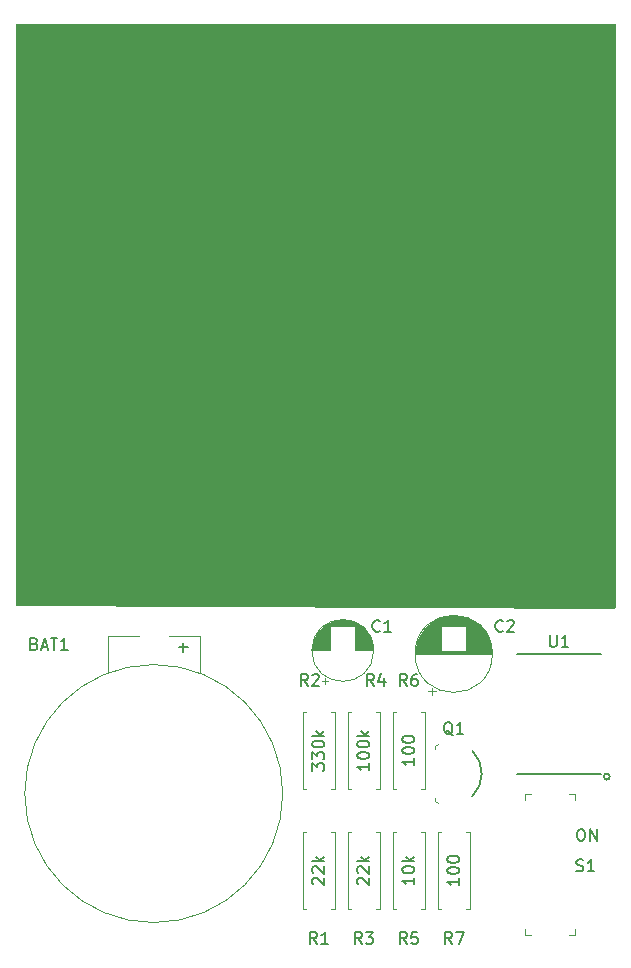
<source format=gbr>
%TF.GenerationSoftware,KiCad,Pcbnew,7.0.9*%
%TF.CreationDate,2023-12-18T18:13:51+05:30*%
%TF.ProjectId,555Badge,35353542-6164-4676-952e-6b696361645f,v01*%
%TF.SameCoordinates,Original*%
%TF.FileFunction,Legend,Top*%
%TF.FilePolarity,Positive*%
%FSLAX46Y46*%
G04 Gerber Fmt 4.6, Leading zero omitted, Abs format (unit mm)*
G04 Created by KiCad (PCBNEW 7.0.9) date 2023-12-18 18:13:51*
%MOMM*%
%LPD*%
G01*
G04 APERTURE LIST*
%ADD10C,0.150000*%
%ADD11C,0.120000*%
%ADD12C,0.100000*%
%ADD13C,0.203200*%
G04 APERTURE END LIST*
D10*
X142322779Y-101080813D02*
X143084684Y-101080813D01*
X142703731Y-101467860D02*
X142703731Y-100693765D01*
X176295255Y-116453860D02*
X176485731Y-116453860D01*
X176485731Y-116453860D02*
X176580969Y-116502241D01*
X176580969Y-116502241D02*
X176676207Y-116599003D01*
X176676207Y-116599003D02*
X176723826Y-116792527D01*
X176723826Y-116792527D02*
X176723826Y-117131194D01*
X176723826Y-117131194D02*
X176676207Y-117324718D01*
X176676207Y-117324718D02*
X176580969Y-117421480D01*
X176580969Y-117421480D02*
X176485731Y-117469860D01*
X176485731Y-117469860D02*
X176295255Y-117469860D01*
X176295255Y-117469860D02*
X176200017Y-117421480D01*
X176200017Y-117421480D02*
X176104779Y-117324718D01*
X176104779Y-117324718D02*
X176057160Y-117131194D01*
X176057160Y-117131194D02*
X176057160Y-116792527D01*
X176057160Y-116792527D02*
X176104779Y-116599003D01*
X176104779Y-116599003D02*
X176200017Y-116502241D01*
X176200017Y-116502241D02*
X176295255Y-116453860D01*
X177152398Y-117469860D02*
X177152398Y-116453860D01*
X177152398Y-116453860D02*
X177723826Y-117469860D01*
X177723826Y-117469860D02*
X177723826Y-116453860D01*
X159345333Y-99679459D02*
X159297714Y-99727840D01*
X159297714Y-99727840D02*
X159154857Y-99776220D01*
X159154857Y-99776220D02*
X159059619Y-99776220D01*
X159059619Y-99776220D02*
X158916762Y-99727840D01*
X158916762Y-99727840D02*
X158821524Y-99631078D01*
X158821524Y-99631078D02*
X158773905Y-99534316D01*
X158773905Y-99534316D02*
X158726286Y-99340792D01*
X158726286Y-99340792D02*
X158726286Y-99195649D01*
X158726286Y-99195649D02*
X158773905Y-99002125D01*
X158773905Y-99002125D02*
X158821524Y-98905363D01*
X158821524Y-98905363D02*
X158916762Y-98808601D01*
X158916762Y-98808601D02*
X159059619Y-98760220D01*
X159059619Y-98760220D02*
X159154857Y-98760220D01*
X159154857Y-98760220D02*
X159297714Y-98808601D01*
X159297714Y-98808601D02*
X159345333Y-98856982D01*
X160297714Y-99776220D02*
X159726286Y-99776220D01*
X160012000Y-99776220D02*
X160012000Y-98760220D01*
X160012000Y-98760220D02*
X159916762Y-98905363D01*
X159916762Y-98905363D02*
X159821524Y-99002125D01*
X159821524Y-99002125D02*
X159726286Y-99050506D01*
X165512761Y-108508982D02*
X165417523Y-108460601D01*
X165417523Y-108460601D02*
X165322285Y-108363840D01*
X165322285Y-108363840D02*
X165179428Y-108218697D01*
X165179428Y-108218697D02*
X165084190Y-108170316D01*
X165084190Y-108170316D02*
X164988952Y-108170316D01*
X165036571Y-108412220D02*
X164941333Y-108363840D01*
X164941333Y-108363840D02*
X164846095Y-108267078D01*
X164846095Y-108267078D02*
X164798476Y-108073554D01*
X164798476Y-108073554D02*
X164798476Y-107734887D01*
X164798476Y-107734887D02*
X164846095Y-107541363D01*
X164846095Y-107541363D02*
X164941333Y-107444601D01*
X164941333Y-107444601D02*
X165036571Y-107396220D01*
X165036571Y-107396220D02*
X165227047Y-107396220D01*
X165227047Y-107396220D02*
X165322285Y-107444601D01*
X165322285Y-107444601D02*
X165417523Y-107541363D01*
X165417523Y-107541363D02*
X165465142Y-107734887D01*
X165465142Y-107734887D02*
X165465142Y-108073554D01*
X165465142Y-108073554D02*
X165417523Y-108267078D01*
X165417523Y-108267078D02*
X165322285Y-108363840D01*
X165322285Y-108363840D02*
X165227047Y-108412220D01*
X165227047Y-108412220D02*
X165036571Y-108412220D01*
X166417523Y-108412220D02*
X165846095Y-108412220D01*
X166131809Y-108412220D02*
X166131809Y-107396220D01*
X166131809Y-107396220D02*
X166036571Y-107541363D01*
X166036571Y-107541363D02*
X165941333Y-107638125D01*
X165941333Y-107638125D02*
X165846095Y-107686506D01*
X161631333Y-104348220D02*
X161298000Y-103864411D01*
X161059905Y-104348220D02*
X161059905Y-103332220D01*
X161059905Y-103332220D02*
X161440857Y-103332220D01*
X161440857Y-103332220D02*
X161536095Y-103380601D01*
X161536095Y-103380601D02*
X161583714Y-103428982D01*
X161583714Y-103428982D02*
X161631333Y-103525744D01*
X161631333Y-103525744D02*
X161631333Y-103670887D01*
X161631333Y-103670887D02*
X161583714Y-103767649D01*
X161583714Y-103767649D02*
X161536095Y-103816030D01*
X161536095Y-103816030D02*
X161440857Y-103864411D01*
X161440857Y-103864411D02*
X161059905Y-103864411D01*
X162488476Y-103332220D02*
X162298000Y-103332220D01*
X162298000Y-103332220D02*
X162202762Y-103380601D01*
X162202762Y-103380601D02*
X162155143Y-103428982D01*
X162155143Y-103428982D02*
X162059905Y-103574125D01*
X162059905Y-103574125D02*
X162012286Y-103767649D01*
X162012286Y-103767649D02*
X162012286Y-104154697D01*
X162012286Y-104154697D02*
X162059905Y-104251459D01*
X162059905Y-104251459D02*
X162107524Y-104299840D01*
X162107524Y-104299840D02*
X162202762Y-104348220D01*
X162202762Y-104348220D02*
X162393238Y-104348220D01*
X162393238Y-104348220D02*
X162488476Y-104299840D01*
X162488476Y-104299840D02*
X162536095Y-104251459D01*
X162536095Y-104251459D02*
X162583714Y-104154697D01*
X162583714Y-104154697D02*
X162583714Y-103912792D01*
X162583714Y-103912792D02*
X162536095Y-103816030D01*
X162536095Y-103816030D02*
X162488476Y-103767649D01*
X162488476Y-103767649D02*
X162393238Y-103719268D01*
X162393238Y-103719268D02*
X162202762Y-103719268D01*
X162202762Y-103719268D02*
X162107524Y-103767649D01*
X162107524Y-103767649D02*
X162059905Y-103816030D01*
X162059905Y-103816030D02*
X162012286Y-103912792D01*
X162260220Y-110474666D02*
X162260220Y-111046094D01*
X162260220Y-110760380D02*
X161244220Y-110760380D01*
X161244220Y-110760380D02*
X161389363Y-110855618D01*
X161389363Y-110855618D02*
X161486125Y-110950856D01*
X161486125Y-110950856D02*
X161534506Y-111046094D01*
X161244220Y-109855618D02*
X161244220Y-109760380D01*
X161244220Y-109760380D02*
X161292601Y-109665142D01*
X161292601Y-109665142D02*
X161340982Y-109617523D01*
X161340982Y-109617523D02*
X161437744Y-109569904D01*
X161437744Y-109569904D02*
X161631268Y-109522285D01*
X161631268Y-109522285D02*
X161873173Y-109522285D01*
X161873173Y-109522285D02*
X162066697Y-109569904D01*
X162066697Y-109569904D02*
X162163459Y-109617523D01*
X162163459Y-109617523D02*
X162211840Y-109665142D01*
X162211840Y-109665142D02*
X162260220Y-109760380D01*
X162260220Y-109760380D02*
X162260220Y-109855618D01*
X162260220Y-109855618D02*
X162211840Y-109950856D01*
X162211840Y-109950856D02*
X162163459Y-109998475D01*
X162163459Y-109998475D02*
X162066697Y-110046094D01*
X162066697Y-110046094D02*
X161873173Y-110093713D01*
X161873173Y-110093713D02*
X161631268Y-110093713D01*
X161631268Y-110093713D02*
X161437744Y-110046094D01*
X161437744Y-110046094D02*
X161340982Y-109998475D01*
X161340982Y-109998475D02*
X161292601Y-109950856D01*
X161292601Y-109950856D02*
X161244220Y-109855618D01*
X161244220Y-108903237D02*
X161244220Y-108807999D01*
X161244220Y-108807999D02*
X161292601Y-108712761D01*
X161292601Y-108712761D02*
X161340982Y-108665142D01*
X161340982Y-108665142D02*
X161437744Y-108617523D01*
X161437744Y-108617523D02*
X161631268Y-108569904D01*
X161631268Y-108569904D02*
X161873173Y-108569904D01*
X161873173Y-108569904D02*
X162066697Y-108617523D01*
X162066697Y-108617523D02*
X162163459Y-108665142D01*
X162163459Y-108665142D02*
X162211840Y-108712761D01*
X162211840Y-108712761D02*
X162260220Y-108807999D01*
X162260220Y-108807999D02*
X162260220Y-108903237D01*
X162260220Y-108903237D02*
X162211840Y-108998475D01*
X162211840Y-108998475D02*
X162163459Y-109046094D01*
X162163459Y-109046094D02*
X162066697Y-109093713D01*
X162066697Y-109093713D02*
X161873173Y-109141332D01*
X161873173Y-109141332D02*
X161631268Y-109141332D01*
X161631268Y-109141332D02*
X161437744Y-109093713D01*
X161437744Y-109093713D02*
X161340982Y-109046094D01*
X161340982Y-109046094D02*
X161292601Y-108998475D01*
X161292601Y-108998475D02*
X161244220Y-108903237D01*
X169759333Y-99679459D02*
X169711714Y-99727840D01*
X169711714Y-99727840D02*
X169568857Y-99776220D01*
X169568857Y-99776220D02*
X169473619Y-99776220D01*
X169473619Y-99776220D02*
X169330762Y-99727840D01*
X169330762Y-99727840D02*
X169235524Y-99631078D01*
X169235524Y-99631078D02*
X169187905Y-99534316D01*
X169187905Y-99534316D02*
X169140286Y-99340792D01*
X169140286Y-99340792D02*
X169140286Y-99195649D01*
X169140286Y-99195649D02*
X169187905Y-99002125D01*
X169187905Y-99002125D02*
X169235524Y-98905363D01*
X169235524Y-98905363D02*
X169330762Y-98808601D01*
X169330762Y-98808601D02*
X169473619Y-98760220D01*
X169473619Y-98760220D02*
X169568857Y-98760220D01*
X169568857Y-98760220D02*
X169711714Y-98808601D01*
X169711714Y-98808601D02*
X169759333Y-98856982D01*
X170140286Y-98856982D02*
X170187905Y-98808601D01*
X170187905Y-98808601D02*
X170283143Y-98760220D01*
X170283143Y-98760220D02*
X170521238Y-98760220D01*
X170521238Y-98760220D02*
X170616476Y-98808601D01*
X170616476Y-98808601D02*
X170664095Y-98856982D01*
X170664095Y-98856982D02*
X170711714Y-98953744D01*
X170711714Y-98953744D02*
X170711714Y-99050506D01*
X170711714Y-99050506D02*
X170664095Y-99195649D01*
X170664095Y-99195649D02*
X170092667Y-99776220D01*
X170092667Y-99776220D02*
X170711714Y-99776220D01*
X165441333Y-126192220D02*
X165108000Y-125708411D01*
X164869905Y-126192220D02*
X164869905Y-125176220D01*
X164869905Y-125176220D02*
X165250857Y-125176220D01*
X165250857Y-125176220D02*
X165346095Y-125224601D01*
X165346095Y-125224601D02*
X165393714Y-125272982D01*
X165393714Y-125272982D02*
X165441333Y-125369744D01*
X165441333Y-125369744D02*
X165441333Y-125514887D01*
X165441333Y-125514887D02*
X165393714Y-125611649D01*
X165393714Y-125611649D02*
X165346095Y-125660030D01*
X165346095Y-125660030D02*
X165250857Y-125708411D01*
X165250857Y-125708411D02*
X164869905Y-125708411D01*
X165774667Y-125176220D02*
X166441333Y-125176220D01*
X166441333Y-125176220D02*
X166012762Y-126192220D01*
X166070220Y-120634666D02*
X166070220Y-121206094D01*
X166070220Y-120920380D02*
X165054220Y-120920380D01*
X165054220Y-120920380D02*
X165199363Y-121015618D01*
X165199363Y-121015618D02*
X165296125Y-121110856D01*
X165296125Y-121110856D02*
X165344506Y-121206094D01*
X165054220Y-120015618D02*
X165054220Y-119920380D01*
X165054220Y-119920380D02*
X165102601Y-119825142D01*
X165102601Y-119825142D02*
X165150982Y-119777523D01*
X165150982Y-119777523D02*
X165247744Y-119729904D01*
X165247744Y-119729904D02*
X165441268Y-119682285D01*
X165441268Y-119682285D02*
X165683173Y-119682285D01*
X165683173Y-119682285D02*
X165876697Y-119729904D01*
X165876697Y-119729904D02*
X165973459Y-119777523D01*
X165973459Y-119777523D02*
X166021840Y-119825142D01*
X166021840Y-119825142D02*
X166070220Y-119920380D01*
X166070220Y-119920380D02*
X166070220Y-120015618D01*
X166070220Y-120015618D02*
X166021840Y-120110856D01*
X166021840Y-120110856D02*
X165973459Y-120158475D01*
X165973459Y-120158475D02*
X165876697Y-120206094D01*
X165876697Y-120206094D02*
X165683173Y-120253713D01*
X165683173Y-120253713D02*
X165441268Y-120253713D01*
X165441268Y-120253713D02*
X165247744Y-120206094D01*
X165247744Y-120206094D02*
X165150982Y-120158475D01*
X165150982Y-120158475D02*
X165102601Y-120110856D01*
X165102601Y-120110856D02*
X165054220Y-120015618D01*
X165054220Y-119063237D02*
X165054220Y-118967999D01*
X165054220Y-118967999D02*
X165102601Y-118872761D01*
X165102601Y-118872761D02*
X165150982Y-118825142D01*
X165150982Y-118825142D02*
X165247744Y-118777523D01*
X165247744Y-118777523D02*
X165441268Y-118729904D01*
X165441268Y-118729904D02*
X165683173Y-118729904D01*
X165683173Y-118729904D02*
X165876697Y-118777523D01*
X165876697Y-118777523D02*
X165973459Y-118825142D01*
X165973459Y-118825142D02*
X166021840Y-118872761D01*
X166021840Y-118872761D02*
X166070220Y-118967999D01*
X166070220Y-118967999D02*
X166070220Y-119063237D01*
X166070220Y-119063237D02*
X166021840Y-119158475D01*
X166021840Y-119158475D02*
X165973459Y-119206094D01*
X165973459Y-119206094D02*
X165876697Y-119253713D01*
X165876697Y-119253713D02*
X165683173Y-119301332D01*
X165683173Y-119301332D02*
X165441268Y-119301332D01*
X165441268Y-119301332D02*
X165247744Y-119253713D01*
X165247744Y-119253713D02*
X165150982Y-119206094D01*
X165150982Y-119206094D02*
X165102601Y-119158475D01*
X165102601Y-119158475D02*
X165054220Y-119063237D01*
X157821333Y-126192220D02*
X157488000Y-125708411D01*
X157249905Y-126192220D02*
X157249905Y-125176220D01*
X157249905Y-125176220D02*
X157630857Y-125176220D01*
X157630857Y-125176220D02*
X157726095Y-125224601D01*
X157726095Y-125224601D02*
X157773714Y-125272982D01*
X157773714Y-125272982D02*
X157821333Y-125369744D01*
X157821333Y-125369744D02*
X157821333Y-125514887D01*
X157821333Y-125514887D02*
X157773714Y-125611649D01*
X157773714Y-125611649D02*
X157726095Y-125660030D01*
X157726095Y-125660030D02*
X157630857Y-125708411D01*
X157630857Y-125708411D02*
X157249905Y-125708411D01*
X158154667Y-125176220D02*
X158773714Y-125176220D01*
X158773714Y-125176220D02*
X158440381Y-125563268D01*
X158440381Y-125563268D02*
X158583238Y-125563268D01*
X158583238Y-125563268D02*
X158678476Y-125611649D01*
X158678476Y-125611649D02*
X158726095Y-125660030D01*
X158726095Y-125660030D02*
X158773714Y-125756792D01*
X158773714Y-125756792D02*
X158773714Y-125998697D01*
X158773714Y-125998697D02*
X158726095Y-126095459D01*
X158726095Y-126095459D02*
X158678476Y-126143840D01*
X158678476Y-126143840D02*
X158583238Y-126192220D01*
X158583238Y-126192220D02*
X158297524Y-126192220D01*
X158297524Y-126192220D02*
X158202286Y-126143840D01*
X158202286Y-126143840D02*
X158154667Y-126095459D01*
X157530982Y-121134666D02*
X157482601Y-121087047D01*
X157482601Y-121087047D02*
X157434220Y-120991809D01*
X157434220Y-120991809D02*
X157434220Y-120753714D01*
X157434220Y-120753714D02*
X157482601Y-120658476D01*
X157482601Y-120658476D02*
X157530982Y-120610857D01*
X157530982Y-120610857D02*
X157627744Y-120563238D01*
X157627744Y-120563238D02*
X157724506Y-120563238D01*
X157724506Y-120563238D02*
X157869649Y-120610857D01*
X157869649Y-120610857D02*
X158450220Y-121182285D01*
X158450220Y-121182285D02*
X158450220Y-120563238D01*
X157530982Y-120182285D02*
X157482601Y-120134666D01*
X157482601Y-120134666D02*
X157434220Y-120039428D01*
X157434220Y-120039428D02*
X157434220Y-119801333D01*
X157434220Y-119801333D02*
X157482601Y-119706095D01*
X157482601Y-119706095D02*
X157530982Y-119658476D01*
X157530982Y-119658476D02*
X157627744Y-119610857D01*
X157627744Y-119610857D02*
X157724506Y-119610857D01*
X157724506Y-119610857D02*
X157869649Y-119658476D01*
X157869649Y-119658476D02*
X158450220Y-120229904D01*
X158450220Y-120229904D02*
X158450220Y-119610857D01*
X158450220Y-119182285D02*
X157434220Y-119182285D01*
X158063173Y-119087047D02*
X158450220Y-118801333D01*
X157772887Y-118801333D02*
X158159935Y-119182285D01*
X173736095Y-100030220D02*
X173736095Y-100852697D01*
X173736095Y-100852697D02*
X173783714Y-100949459D01*
X173783714Y-100949459D02*
X173831333Y-100997840D01*
X173831333Y-100997840D02*
X173926571Y-101046220D01*
X173926571Y-101046220D02*
X174117047Y-101046220D01*
X174117047Y-101046220D02*
X174212285Y-100997840D01*
X174212285Y-100997840D02*
X174259904Y-100949459D01*
X174259904Y-100949459D02*
X174307523Y-100852697D01*
X174307523Y-100852697D02*
X174307523Y-100030220D01*
X175307523Y-101046220D02*
X174736095Y-101046220D01*
X175021809Y-101046220D02*
X175021809Y-100030220D01*
X175021809Y-100030220D02*
X174926571Y-100175363D01*
X174926571Y-100175363D02*
X174831333Y-100272125D01*
X174831333Y-100272125D02*
X174736095Y-100320506D01*
X154011333Y-126192220D02*
X153678000Y-125708411D01*
X153439905Y-126192220D02*
X153439905Y-125176220D01*
X153439905Y-125176220D02*
X153820857Y-125176220D01*
X153820857Y-125176220D02*
X153916095Y-125224601D01*
X153916095Y-125224601D02*
X153963714Y-125272982D01*
X153963714Y-125272982D02*
X154011333Y-125369744D01*
X154011333Y-125369744D02*
X154011333Y-125514887D01*
X154011333Y-125514887D02*
X153963714Y-125611649D01*
X153963714Y-125611649D02*
X153916095Y-125660030D01*
X153916095Y-125660030D02*
X153820857Y-125708411D01*
X153820857Y-125708411D02*
X153439905Y-125708411D01*
X154963714Y-126192220D02*
X154392286Y-126192220D01*
X154678000Y-126192220D02*
X154678000Y-125176220D01*
X154678000Y-125176220D02*
X154582762Y-125321363D01*
X154582762Y-125321363D02*
X154487524Y-125418125D01*
X154487524Y-125418125D02*
X154392286Y-125466506D01*
X153720982Y-121134666D02*
X153672601Y-121087047D01*
X153672601Y-121087047D02*
X153624220Y-120991809D01*
X153624220Y-120991809D02*
X153624220Y-120753714D01*
X153624220Y-120753714D02*
X153672601Y-120658476D01*
X153672601Y-120658476D02*
X153720982Y-120610857D01*
X153720982Y-120610857D02*
X153817744Y-120563238D01*
X153817744Y-120563238D02*
X153914506Y-120563238D01*
X153914506Y-120563238D02*
X154059649Y-120610857D01*
X154059649Y-120610857D02*
X154640220Y-121182285D01*
X154640220Y-121182285D02*
X154640220Y-120563238D01*
X153720982Y-120182285D02*
X153672601Y-120134666D01*
X153672601Y-120134666D02*
X153624220Y-120039428D01*
X153624220Y-120039428D02*
X153624220Y-119801333D01*
X153624220Y-119801333D02*
X153672601Y-119706095D01*
X153672601Y-119706095D02*
X153720982Y-119658476D01*
X153720982Y-119658476D02*
X153817744Y-119610857D01*
X153817744Y-119610857D02*
X153914506Y-119610857D01*
X153914506Y-119610857D02*
X154059649Y-119658476D01*
X154059649Y-119658476D02*
X154640220Y-120229904D01*
X154640220Y-120229904D02*
X154640220Y-119610857D01*
X154640220Y-119182285D02*
X153624220Y-119182285D01*
X154253173Y-119087047D02*
X154640220Y-118801333D01*
X153962887Y-118801333D02*
X154349935Y-119182285D01*
X158837333Y-104348220D02*
X158504000Y-103864411D01*
X158265905Y-104348220D02*
X158265905Y-103332220D01*
X158265905Y-103332220D02*
X158646857Y-103332220D01*
X158646857Y-103332220D02*
X158742095Y-103380601D01*
X158742095Y-103380601D02*
X158789714Y-103428982D01*
X158789714Y-103428982D02*
X158837333Y-103525744D01*
X158837333Y-103525744D02*
X158837333Y-103670887D01*
X158837333Y-103670887D02*
X158789714Y-103767649D01*
X158789714Y-103767649D02*
X158742095Y-103816030D01*
X158742095Y-103816030D02*
X158646857Y-103864411D01*
X158646857Y-103864411D02*
X158265905Y-103864411D01*
X159694476Y-103670887D02*
X159694476Y-104348220D01*
X159456381Y-103283840D02*
X159218286Y-104009554D01*
X159218286Y-104009554D02*
X159837333Y-104009554D01*
X158450220Y-110879428D02*
X158450220Y-111450856D01*
X158450220Y-111165142D02*
X157434220Y-111165142D01*
X157434220Y-111165142D02*
X157579363Y-111260380D01*
X157579363Y-111260380D02*
X157676125Y-111355618D01*
X157676125Y-111355618D02*
X157724506Y-111450856D01*
X157434220Y-110260380D02*
X157434220Y-110165142D01*
X157434220Y-110165142D02*
X157482601Y-110069904D01*
X157482601Y-110069904D02*
X157530982Y-110022285D01*
X157530982Y-110022285D02*
X157627744Y-109974666D01*
X157627744Y-109974666D02*
X157821268Y-109927047D01*
X157821268Y-109927047D02*
X158063173Y-109927047D01*
X158063173Y-109927047D02*
X158256697Y-109974666D01*
X158256697Y-109974666D02*
X158353459Y-110022285D01*
X158353459Y-110022285D02*
X158401840Y-110069904D01*
X158401840Y-110069904D02*
X158450220Y-110165142D01*
X158450220Y-110165142D02*
X158450220Y-110260380D01*
X158450220Y-110260380D02*
X158401840Y-110355618D01*
X158401840Y-110355618D02*
X158353459Y-110403237D01*
X158353459Y-110403237D02*
X158256697Y-110450856D01*
X158256697Y-110450856D02*
X158063173Y-110498475D01*
X158063173Y-110498475D02*
X157821268Y-110498475D01*
X157821268Y-110498475D02*
X157627744Y-110450856D01*
X157627744Y-110450856D02*
X157530982Y-110403237D01*
X157530982Y-110403237D02*
X157482601Y-110355618D01*
X157482601Y-110355618D02*
X157434220Y-110260380D01*
X157434220Y-109307999D02*
X157434220Y-109212761D01*
X157434220Y-109212761D02*
X157482601Y-109117523D01*
X157482601Y-109117523D02*
X157530982Y-109069904D01*
X157530982Y-109069904D02*
X157627744Y-109022285D01*
X157627744Y-109022285D02*
X157821268Y-108974666D01*
X157821268Y-108974666D02*
X158063173Y-108974666D01*
X158063173Y-108974666D02*
X158256697Y-109022285D01*
X158256697Y-109022285D02*
X158353459Y-109069904D01*
X158353459Y-109069904D02*
X158401840Y-109117523D01*
X158401840Y-109117523D02*
X158450220Y-109212761D01*
X158450220Y-109212761D02*
X158450220Y-109307999D01*
X158450220Y-109307999D02*
X158401840Y-109403237D01*
X158401840Y-109403237D02*
X158353459Y-109450856D01*
X158353459Y-109450856D02*
X158256697Y-109498475D01*
X158256697Y-109498475D02*
X158063173Y-109546094D01*
X158063173Y-109546094D02*
X157821268Y-109546094D01*
X157821268Y-109546094D02*
X157627744Y-109498475D01*
X157627744Y-109498475D02*
X157530982Y-109450856D01*
X157530982Y-109450856D02*
X157482601Y-109403237D01*
X157482601Y-109403237D02*
X157434220Y-109307999D01*
X158450220Y-108546094D02*
X157434220Y-108546094D01*
X158063173Y-108450856D02*
X158450220Y-108165142D01*
X157772887Y-108165142D02*
X158159935Y-108546094D01*
X130103714Y-100768030D02*
X130246571Y-100816411D01*
X130246571Y-100816411D02*
X130294190Y-100864792D01*
X130294190Y-100864792D02*
X130341809Y-100961554D01*
X130341809Y-100961554D02*
X130341809Y-101106697D01*
X130341809Y-101106697D02*
X130294190Y-101203459D01*
X130294190Y-101203459D02*
X130246571Y-101251840D01*
X130246571Y-101251840D02*
X130151333Y-101300220D01*
X130151333Y-101300220D02*
X129770381Y-101300220D01*
X129770381Y-101300220D02*
X129770381Y-100284220D01*
X129770381Y-100284220D02*
X130103714Y-100284220D01*
X130103714Y-100284220D02*
X130198952Y-100332601D01*
X130198952Y-100332601D02*
X130246571Y-100380982D01*
X130246571Y-100380982D02*
X130294190Y-100477744D01*
X130294190Y-100477744D02*
X130294190Y-100574506D01*
X130294190Y-100574506D02*
X130246571Y-100671268D01*
X130246571Y-100671268D02*
X130198952Y-100719649D01*
X130198952Y-100719649D02*
X130103714Y-100768030D01*
X130103714Y-100768030D02*
X129770381Y-100768030D01*
X130722762Y-101009935D02*
X131198952Y-101009935D01*
X130627524Y-101300220D02*
X130960857Y-100284220D01*
X130960857Y-100284220D02*
X131294190Y-101300220D01*
X131484667Y-100284220D02*
X132056095Y-100284220D01*
X131770381Y-101300220D02*
X131770381Y-100284220D01*
X132913238Y-101300220D02*
X132341810Y-101300220D01*
X132627524Y-101300220D02*
X132627524Y-100284220D01*
X132627524Y-100284220D02*
X132532286Y-100429363D01*
X132532286Y-100429363D02*
X132437048Y-100526125D01*
X132437048Y-100526125D02*
X132341810Y-100574506D01*
X153249333Y-104348220D02*
X152916000Y-103864411D01*
X152677905Y-104348220D02*
X152677905Y-103332220D01*
X152677905Y-103332220D02*
X153058857Y-103332220D01*
X153058857Y-103332220D02*
X153154095Y-103380601D01*
X153154095Y-103380601D02*
X153201714Y-103428982D01*
X153201714Y-103428982D02*
X153249333Y-103525744D01*
X153249333Y-103525744D02*
X153249333Y-103670887D01*
X153249333Y-103670887D02*
X153201714Y-103767649D01*
X153201714Y-103767649D02*
X153154095Y-103816030D01*
X153154095Y-103816030D02*
X153058857Y-103864411D01*
X153058857Y-103864411D02*
X152677905Y-103864411D01*
X153630286Y-103428982D02*
X153677905Y-103380601D01*
X153677905Y-103380601D02*
X153773143Y-103332220D01*
X153773143Y-103332220D02*
X154011238Y-103332220D01*
X154011238Y-103332220D02*
X154106476Y-103380601D01*
X154106476Y-103380601D02*
X154154095Y-103428982D01*
X154154095Y-103428982D02*
X154201714Y-103525744D01*
X154201714Y-103525744D02*
X154201714Y-103622506D01*
X154201714Y-103622506D02*
X154154095Y-103767649D01*
X154154095Y-103767649D02*
X153582667Y-104348220D01*
X153582667Y-104348220D02*
X154201714Y-104348220D01*
X153624220Y-111498475D02*
X153624220Y-110879428D01*
X153624220Y-110879428D02*
X154011268Y-111212761D01*
X154011268Y-111212761D02*
X154011268Y-111069904D01*
X154011268Y-111069904D02*
X154059649Y-110974666D01*
X154059649Y-110974666D02*
X154108030Y-110927047D01*
X154108030Y-110927047D02*
X154204792Y-110879428D01*
X154204792Y-110879428D02*
X154446697Y-110879428D01*
X154446697Y-110879428D02*
X154543459Y-110927047D01*
X154543459Y-110927047D02*
X154591840Y-110974666D01*
X154591840Y-110974666D02*
X154640220Y-111069904D01*
X154640220Y-111069904D02*
X154640220Y-111355618D01*
X154640220Y-111355618D02*
X154591840Y-111450856D01*
X154591840Y-111450856D02*
X154543459Y-111498475D01*
X153624220Y-110546094D02*
X153624220Y-109927047D01*
X153624220Y-109927047D02*
X154011268Y-110260380D01*
X154011268Y-110260380D02*
X154011268Y-110117523D01*
X154011268Y-110117523D02*
X154059649Y-110022285D01*
X154059649Y-110022285D02*
X154108030Y-109974666D01*
X154108030Y-109974666D02*
X154204792Y-109927047D01*
X154204792Y-109927047D02*
X154446697Y-109927047D01*
X154446697Y-109927047D02*
X154543459Y-109974666D01*
X154543459Y-109974666D02*
X154591840Y-110022285D01*
X154591840Y-110022285D02*
X154640220Y-110117523D01*
X154640220Y-110117523D02*
X154640220Y-110403237D01*
X154640220Y-110403237D02*
X154591840Y-110498475D01*
X154591840Y-110498475D02*
X154543459Y-110546094D01*
X153624220Y-109307999D02*
X153624220Y-109212761D01*
X153624220Y-109212761D02*
X153672601Y-109117523D01*
X153672601Y-109117523D02*
X153720982Y-109069904D01*
X153720982Y-109069904D02*
X153817744Y-109022285D01*
X153817744Y-109022285D02*
X154011268Y-108974666D01*
X154011268Y-108974666D02*
X154253173Y-108974666D01*
X154253173Y-108974666D02*
X154446697Y-109022285D01*
X154446697Y-109022285D02*
X154543459Y-109069904D01*
X154543459Y-109069904D02*
X154591840Y-109117523D01*
X154591840Y-109117523D02*
X154640220Y-109212761D01*
X154640220Y-109212761D02*
X154640220Y-109307999D01*
X154640220Y-109307999D02*
X154591840Y-109403237D01*
X154591840Y-109403237D02*
X154543459Y-109450856D01*
X154543459Y-109450856D02*
X154446697Y-109498475D01*
X154446697Y-109498475D02*
X154253173Y-109546094D01*
X154253173Y-109546094D02*
X154011268Y-109546094D01*
X154011268Y-109546094D02*
X153817744Y-109498475D01*
X153817744Y-109498475D02*
X153720982Y-109450856D01*
X153720982Y-109450856D02*
X153672601Y-109403237D01*
X153672601Y-109403237D02*
X153624220Y-109307999D01*
X154640220Y-108546094D02*
X153624220Y-108546094D01*
X154253173Y-108450856D02*
X154640220Y-108165142D01*
X153962887Y-108165142D02*
X154349935Y-108546094D01*
X175994095Y-119997840D02*
X176136952Y-120046220D01*
X176136952Y-120046220D02*
X176375047Y-120046220D01*
X176375047Y-120046220D02*
X176470285Y-119997840D01*
X176470285Y-119997840D02*
X176517904Y-119949459D01*
X176517904Y-119949459D02*
X176565523Y-119852697D01*
X176565523Y-119852697D02*
X176565523Y-119755935D01*
X176565523Y-119755935D02*
X176517904Y-119659173D01*
X176517904Y-119659173D02*
X176470285Y-119610792D01*
X176470285Y-119610792D02*
X176375047Y-119562411D01*
X176375047Y-119562411D02*
X176184571Y-119514030D01*
X176184571Y-119514030D02*
X176089333Y-119465649D01*
X176089333Y-119465649D02*
X176041714Y-119417268D01*
X176041714Y-119417268D02*
X175994095Y-119320506D01*
X175994095Y-119320506D02*
X175994095Y-119223744D01*
X175994095Y-119223744D02*
X176041714Y-119126982D01*
X176041714Y-119126982D02*
X176089333Y-119078601D01*
X176089333Y-119078601D02*
X176184571Y-119030220D01*
X176184571Y-119030220D02*
X176422666Y-119030220D01*
X176422666Y-119030220D02*
X176565523Y-119078601D01*
X177517904Y-120046220D02*
X176946476Y-120046220D01*
X177232190Y-120046220D02*
X177232190Y-119030220D01*
X177232190Y-119030220D02*
X177136952Y-119175363D01*
X177136952Y-119175363D02*
X177041714Y-119272125D01*
X177041714Y-119272125D02*
X176946476Y-119320506D01*
X161631333Y-126192220D02*
X161298000Y-125708411D01*
X161059905Y-126192220D02*
X161059905Y-125176220D01*
X161059905Y-125176220D02*
X161440857Y-125176220D01*
X161440857Y-125176220D02*
X161536095Y-125224601D01*
X161536095Y-125224601D02*
X161583714Y-125272982D01*
X161583714Y-125272982D02*
X161631333Y-125369744D01*
X161631333Y-125369744D02*
X161631333Y-125514887D01*
X161631333Y-125514887D02*
X161583714Y-125611649D01*
X161583714Y-125611649D02*
X161536095Y-125660030D01*
X161536095Y-125660030D02*
X161440857Y-125708411D01*
X161440857Y-125708411D02*
X161059905Y-125708411D01*
X162536095Y-125176220D02*
X162059905Y-125176220D01*
X162059905Y-125176220D02*
X162012286Y-125660030D01*
X162012286Y-125660030D02*
X162059905Y-125611649D01*
X162059905Y-125611649D02*
X162155143Y-125563268D01*
X162155143Y-125563268D02*
X162393238Y-125563268D01*
X162393238Y-125563268D02*
X162488476Y-125611649D01*
X162488476Y-125611649D02*
X162536095Y-125660030D01*
X162536095Y-125660030D02*
X162583714Y-125756792D01*
X162583714Y-125756792D02*
X162583714Y-125998697D01*
X162583714Y-125998697D02*
X162536095Y-126095459D01*
X162536095Y-126095459D02*
X162488476Y-126143840D01*
X162488476Y-126143840D02*
X162393238Y-126192220D01*
X162393238Y-126192220D02*
X162155143Y-126192220D01*
X162155143Y-126192220D02*
X162059905Y-126143840D01*
X162059905Y-126143840D02*
X162012286Y-126095459D01*
X162260220Y-120563238D02*
X162260220Y-121134666D01*
X162260220Y-120848952D02*
X161244220Y-120848952D01*
X161244220Y-120848952D02*
X161389363Y-120944190D01*
X161389363Y-120944190D02*
X161486125Y-121039428D01*
X161486125Y-121039428D02*
X161534506Y-121134666D01*
X161244220Y-119944190D02*
X161244220Y-119848952D01*
X161244220Y-119848952D02*
X161292601Y-119753714D01*
X161292601Y-119753714D02*
X161340982Y-119706095D01*
X161340982Y-119706095D02*
X161437744Y-119658476D01*
X161437744Y-119658476D02*
X161631268Y-119610857D01*
X161631268Y-119610857D02*
X161873173Y-119610857D01*
X161873173Y-119610857D02*
X162066697Y-119658476D01*
X162066697Y-119658476D02*
X162163459Y-119706095D01*
X162163459Y-119706095D02*
X162211840Y-119753714D01*
X162211840Y-119753714D02*
X162260220Y-119848952D01*
X162260220Y-119848952D02*
X162260220Y-119944190D01*
X162260220Y-119944190D02*
X162211840Y-120039428D01*
X162211840Y-120039428D02*
X162163459Y-120087047D01*
X162163459Y-120087047D02*
X162066697Y-120134666D01*
X162066697Y-120134666D02*
X161873173Y-120182285D01*
X161873173Y-120182285D02*
X161631268Y-120182285D01*
X161631268Y-120182285D02*
X161437744Y-120134666D01*
X161437744Y-120134666D02*
X161340982Y-120087047D01*
X161340982Y-120087047D02*
X161292601Y-120039428D01*
X161292601Y-120039428D02*
X161244220Y-119944190D01*
X162260220Y-119182285D02*
X161244220Y-119182285D01*
X161873173Y-119087047D02*
X162260220Y-118801333D01*
X161582887Y-118801333D02*
X161969935Y-119182285D01*
D11*
%TO.C,C1*%
X154735000Y-104134775D02*
X154735000Y-103634775D01*
X154485000Y-103884775D02*
X154985000Y-103884775D01*
X153630000Y-101330000D02*
X155170000Y-101330000D01*
X157250000Y-101330000D02*
X158790000Y-101330000D01*
X153630000Y-101290000D02*
X155170000Y-101290000D01*
X157250000Y-101290000D02*
X158790000Y-101290000D01*
X153631000Y-101250000D02*
X155170000Y-101250000D01*
X157250000Y-101250000D02*
X158789000Y-101250000D01*
X153632000Y-101210000D02*
X155170000Y-101210000D01*
X157250000Y-101210000D02*
X158788000Y-101210000D01*
X153634000Y-101170000D02*
X155170000Y-101170000D01*
X157250000Y-101170000D02*
X158786000Y-101170000D01*
X153637000Y-101130000D02*
X155170000Y-101130000D01*
X157250000Y-101130000D02*
X158783000Y-101130000D01*
X153641000Y-101090000D02*
X155170000Y-101090000D01*
X157250000Y-101090000D02*
X158779000Y-101090000D01*
X153645000Y-101050000D02*
X155170000Y-101050000D01*
X157250000Y-101050000D02*
X158775000Y-101050000D01*
X153649000Y-101010000D02*
X155170000Y-101010000D01*
X157250000Y-101010000D02*
X158771000Y-101010000D01*
X153654000Y-100970000D02*
X155170000Y-100970000D01*
X157250000Y-100970000D02*
X158766000Y-100970000D01*
X153660000Y-100930000D02*
X155170000Y-100930000D01*
X157250000Y-100930000D02*
X158760000Y-100930000D01*
X153667000Y-100890000D02*
X155170000Y-100890000D01*
X157250000Y-100890000D02*
X158753000Y-100890000D01*
X153674000Y-100850000D02*
X155170000Y-100850000D01*
X157250000Y-100850000D02*
X158746000Y-100850000D01*
X153682000Y-100810000D02*
X155170000Y-100810000D01*
X157250000Y-100810000D02*
X158738000Y-100810000D01*
X153690000Y-100770000D02*
X155170000Y-100770000D01*
X157250000Y-100770000D02*
X158730000Y-100770000D01*
X153699000Y-100730000D02*
X155170000Y-100730000D01*
X157250000Y-100730000D02*
X158721000Y-100730000D01*
X153709000Y-100690000D02*
X155170000Y-100690000D01*
X157250000Y-100690000D02*
X158711000Y-100690000D01*
X153719000Y-100650000D02*
X155170000Y-100650000D01*
X157250000Y-100650000D02*
X158701000Y-100650000D01*
X153730000Y-100609000D02*
X155170000Y-100609000D01*
X157250000Y-100609000D02*
X158690000Y-100609000D01*
X153742000Y-100569000D02*
X155170000Y-100569000D01*
X157250000Y-100569000D02*
X158678000Y-100569000D01*
X153755000Y-100529000D02*
X155170000Y-100529000D01*
X157250000Y-100529000D02*
X158665000Y-100529000D01*
X153768000Y-100489000D02*
X155170000Y-100489000D01*
X157250000Y-100489000D02*
X158652000Y-100489000D01*
X153782000Y-100449000D02*
X155170000Y-100449000D01*
X157250000Y-100449000D02*
X158638000Y-100449000D01*
X153796000Y-100409000D02*
X155170000Y-100409000D01*
X157250000Y-100409000D02*
X158624000Y-100409000D01*
X153812000Y-100369000D02*
X155170000Y-100369000D01*
X157250000Y-100369000D02*
X158608000Y-100369000D01*
X153828000Y-100329000D02*
X155170000Y-100329000D01*
X157250000Y-100329000D02*
X158592000Y-100329000D01*
X153845000Y-100289000D02*
X155170000Y-100289000D01*
X157250000Y-100289000D02*
X158575000Y-100289000D01*
X153862000Y-100249000D02*
X155170000Y-100249000D01*
X157250000Y-100249000D02*
X158558000Y-100249000D01*
X153881000Y-100209000D02*
X155170000Y-100209000D01*
X157250000Y-100209000D02*
X158539000Y-100209000D01*
X153900000Y-100169000D02*
X155170000Y-100169000D01*
X157250000Y-100169000D02*
X158520000Y-100169000D01*
X153920000Y-100129000D02*
X155170000Y-100129000D01*
X157250000Y-100129000D02*
X158500000Y-100129000D01*
X153942000Y-100089000D02*
X155170000Y-100089000D01*
X157250000Y-100089000D02*
X158478000Y-100089000D01*
X153963000Y-100049000D02*
X155170000Y-100049000D01*
X157250000Y-100049000D02*
X158457000Y-100049000D01*
X153986000Y-100009000D02*
X155170000Y-100009000D01*
X157250000Y-100009000D02*
X158434000Y-100009000D01*
X154010000Y-99969000D02*
X155170000Y-99969000D01*
X157250000Y-99969000D02*
X158410000Y-99969000D01*
X154035000Y-99929000D02*
X155170000Y-99929000D01*
X157250000Y-99929000D02*
X158385000Y-99929000D01*
X154061000Y-99889000D02*
X155170000Y-99889000D01*
X157250000Y-99889000D02*
X158359000Y-99889000D01*
X154088000Y-99849000D02*
X155170000Y-99849000D01*
X157250000Y-99849000D02*
X158332000Y-99849000D01*
X154115000Y-99809000D02*
X155170000Y-99809000D01*
X157250000Y-99809000D02*
X158305000Y-99809000D01*
X154145000Y-99769000D02*
X155170000Y-99769000D01*
X157250000Y-99769000D02*
X158275000Y-99769000D01*
X154175000Y-99729000D02*
X155170000Y-99729000D01*
X157250000Y-99729000D02*
X158245000Y-99729000D01*
X154206000Y-99689000D02*
X155170000Y-99689000D01*
X157250000Y-99689000D02*
X158214000Y-99689000D01*
X154239000Y-99649000D02*
X155170000Y-99649000D01*
X157250000Y-99649000D02*
X158181000Y-99649000D01*
X154273000Y-99609000D02*
X155170000Y-99609000D01*
X157250000Y-99609000D02*
X158147000Y-99609000D01*
X154309000Y-99569000D02*
X155170000Y-99569000D01*
X157250000Y-99569000D02*
X158111000Y-99569000D01*
X154346000Y-99529000D02*
X155170000Y-99529000D01*
X157250000Y-99529000D02*
X158074000Y-99529000D01*
X154384000Y-99489000D02*
X155170000Y-99489000D01*
X157250000Y-99489000D02*
X158036000Y-99489000D01*
X154425000Y-99449000D02*
X155170000Y-99449000D01*
X157250000Y-99449000D02*
X157995000Y-99449000D01*
X154467000Y-99409000D02*
X155170000Y-99409000D01*
X157250000Y-99409000D02*
X157953000Y-99409000D01*
X154511000Y-99369000D02*
X155170000Y-99369000D01*
X157250000Y-99369000D02*
X157909000Y-99369000D01*
X154557000Y-99329000D02*
X155170000Y-99329000D01*
X157250000Y-99329000D02*
X157863000Y-99329000D01*
X154605000Y-99289000D02*
X157815000Y-99289000D01*
X154656000Y-99249000D02*
X157764000Y-99249000D01*
X154710000Y-99209000D02*
X157710000Y-99209000D01*
X154767000Y-99169000D02*
X157653000Y-99169000D01*
X154827000Y-99129000D02*
X157593000Y-99129000D01*
X154891000Y-99089000D02*
X157529000Y-99089000D01*
X154959000Y-99049000D02*
X157461000Y-99049000D01*
X155032000Y-99009000D02*
X157388000Y-99009000D01*
X155112000Y-98969000D02*
X157308000Y-98969000D01*
X155199000Y-98929000D02*
X157221000Y-98929000D01*
X155295000Y-98889000D02*
X157125000Y-98889000D01*
X155405000Y-98849000D02*
X157015000Y-98849000D01*
X155533000Y-98809000D02*
X156887000Y-98809000D01*
X155692000Y-98769000D02*
X156728000Y-98769000D01*
X155926000Y-98729000D02*
X156494000Y-98729000D01*
X158830000Y-101330000D02*
G75*
G03*
X158830000Y-101330000I-2620000J0D01*
G01*
D12*
%TO.C,Q1*%
X164008000Y-109410000D02*
X164308000Y-109260000D01*
X164008000Y-109710000D02*
X164008000Y-109410000D01*
X164008000Y-114110000D02*
X164008000Y-113810000D01*
X164008000Y-114110000D02*
X164308000Y-114260000D01*
D10*
X167158000Y-113710000D02*
G75*
G03*
X167208000Y-109860000I-1900000J1950000D01*
G01*
D11*
%TO.C,R6*%
X160428000Y-113078000D02*
X160428000Y-106538000D01*
X160758000Y-113078000D02*
X160428000Y-113078000D01*
X162838000Y-113078000D02*
X163168000Y-113078000D01*
X163168000Y-113078000D02*
X163168000Y-106538000D01*
X160428000Y-106538000D02*
X160758000Y-106538000D01*
X163168000Y-106538000D02*
X162838000Y-106538000D01*
%TO.C,C2*%
X163769000Y-105120241D02*
X163769000Y-104490241D01*
X163454000Y-104805241D02*
X164084000Y-104805241D01*
X162378000Y-101620000D02*
X168838000Y-101620000D01*
X162378000Y-101580000D02*
X168838000Y-101580000D01*
X162378000Y-101540000D02*
X168838000Y-101540000D01*
X162380000Y-101500000D02*
X168836000Y-101500000D01*
X162381000Y-101460000D02*
X168835000Y-101460000D01*
X162384000Y-101420000D02*
X168832000Y-101420000D01*
X162386000Y-101380000D02*
X164568000Y-101380000D01*
X166648000Y-101380000D02*
X168830000Y-101380000D01*
X162390000Y-101340000D02*
X164568000Y-101340000D01*
X166648000Y-101340000D02*
X168826000Y-101340000D01*
X162393000Y-101300000D02*
X164568000Y-101300000D01*
X166648000Y-101300000D02*
X168823000Y-101300000D01*
X162397000Y-101260000D02*
X164568000Y-101260000D01*
X166648000Y-101260000D02*
X168819000Y-101260000D01*
X162402000Y-101220000D02*
X164568000Y-101220000D01*
X166648000Y-101220000D02*
X168814000Y-101220000D01*
X162407000Y-101180000D02*
X164568000Y-101180000D01*
X166648000Y-101180000D02*
X168809000Y-101180000D01*
X162413000Y-101140000D02*
X164568000Y-101140000D01*
X166648000Y-101140000D02*
X168803000Y-101140000D01*
X162419000Y-101100000D02*
X164568000Y-101100000D01*
X166648000Y-101100000D02*
X168797000Y-101100000D01*
X162426000Y-101060000D02*
X164568000Y-101060000D01*
X166648000Y-101060000D02*
X168790000Y-101060000D01*
X162433000Y-101020000D02*
X164568000Y-101020000D01*
X166648000Y-101020000D02*
X168783000Y-101020000D01*
X162441000Y-100980000D02*
X164568000Y-100980000D01*
X166648000Y-100980000D02*
X168775000Y-100980000D01*
X162449000Y-100940000D02*
X164568000Y-100940000D01*
X166648000Y-100940000D02*
X168767000Y-100940000D01*
X162458000Y-100899000D02*
X164568000Y-100899000D01*
X166648000Y-100899000D02*
X168758000Y-100899000D01*
X162467000Y-100859000D02*
X164568000Y-100859000D01*
X166648000Y-100859000D02*
X168749000Y-100859000D01*
X162477000Y-100819000D02*
X164568000Y-100819000D01*
X166648000Y-100819000D02*
X168739000Y-100819000D01*
X162487000Y-100779000D02*
X164568000Y-100779000D01*
X166648000Y-100779000D02*
X168729000Y-100779000D01*
X162498000Y-100739000D02*
X164568000Y-100739000D01*
X166648000Y-100739000D02*
X168718000Y-100739000D01*
X162510000Y-100699000D02*
X164568000Y-100699000D01*
X166648000Y-100699000D02*
X168706000Y-100699000D01*
X162522000Y-100659000D02*
X164568000Y-100659000D01*
X166648000Y-100659000D02*
X168694000Y-100659000D01*
X162534000Y-100619000D02*
X164568000Y-100619000D01*
X166648000Y-100619000D02*
X168682000Y-100619000D01*
X162547000Y-100579000D02*
X164568000Y-100579000D01*
X166648000Y-100579000D02*
X168669000Y-100579000D01*
X162561000Y-100539000D02*
X164568000Y-100539000D01*
X166648000Y-100539000D02*
X168655000Y-100539000D01*
X162575000Y-100499000D02*
X164568000Y-100499000D01*
X166648000Y-100499000D02*
X168641000Y-100499000D01*
X162590000Y-100459000D02*
X164568000Y-100459000D01*
X166648000Y-100459000D02*
X168626000Y-100459000D01*
X162606000Y-100419000D02*
X164568000Y-100419000D01*
X166648000Y-100419000D02*
X168610000Y-100419000D01*
X162622000Y-100379000D02*
X164568000Y-100379000D01*
X166648000Y-100379000D02*
X168594000Y-100379000D01*
X162638000Y-100339000D02*
X164568000Y-100339000D01*
X166648000Y-100339000D02*
X168578000Y-100339000D01*
X162656000Y-100299000D02*
X164568000Y-100299000D01*
X166648000Y-100299000D02*
X168560000Y-100299000D01*
X162674000Y-100259000D02*
X164568000Y-100259000D01*
X166648000Y-100259000D02*
X168542000Y-100259000D01*
X162692000Y-100219000D02*
X164568000Y-100219000D01*
X166648000Y-100219000D02*
X168524000Y-100219000D01*
X162712000Y-100179000D02*
X164568000Y-100179000D01*
X166648000Y-100179000D02*
X168504000Y-100179000D01*
X162732000Y-100139000D02*
X164568000Y-100139000D01*
X166648000Y-100139000D02*
X168484000Y-100139000D01*
X162752000Y-100099000D02*
X164568000Y-100099000D01*
X166648000Y-100099000D02*
X168464000Y-100099000D01*
X162774000Y-100059000D02*
X164568000Y-100059000D01*
X166648000Y-100059000D02*
X168442000Y-100059000D01*
X162796000Y-100019000D02*
X164568000Y-100019000D01*
X166648000Y-100019000D02*
X168420000Y-100019000D01*
X162818000Y-99979000D02*
X164568000Y-99979000D01*
X166648000Y-99979000D02*
X168398000Y-99979000D01*
X162842000Y-99939000D02*
X164568000Y-99939000D01*
X166648000Y-99939000D02*
X168374000Y-99939000D01*
X162866000Y-99899000D02*
X164568000Y-99899000D01*
X166648000Y-99899000D02*
X168350000Y-99899000D01*
X162892000Y-99859000D02*
X164568000Y-99859000D01*
X166648000Y-99859000D02*
X168324000Y-99859000D01*
X162918000Y-99819000D02*
X164568000Y-99819000D01*
X166648000Y-99819000D02*
X168298000Y-99819000D01*
X162944000Y-99779000D02*
X164568000Y-99779000D01*
X166648000Y-99779000D02*
X168272000Y-99779000D01*
X162972000Y-99739000D02*
X164568000Y-99739000D01*
X166648000Y-99739000D02*
X168244000Y-99739000D01*
X163001000Y-99699000D02*
X164568000Y-99699000D01*
X166648000Y-99699000D02*
X168215000Y-99699000D01*
X163030000Y-99659000D02*
X164568000Y-99659000D01*
X166648000Y-99659000D02*
X168186000Y-99659000D01*
X163060000Y-99619000D02*
X164568000Y-99619000D01*
X166648000Y-99619000D02*
X168156000Y-99619000D01*
X163092000Y-99579000D02*
X164568000Y-99579000D01*
X166648000Y-99579000D02*
X168124000Y-99579000D01*
X163124000Y-99539000D02*
X164568000Y-99539000D01*
X166648000Y-99539000D02*
X168092000Y-99539000D01*
X163158000Y-99499000D02*
X164568000Y-99499000D01*
X166648000Y-99499000D02*
X168058000Y-99499000D01*
X163192000Y-99459000D02*
X164568000Y-99459000D01*
X166648000Y-99459000D02*
X168024000Y-99459000D01*
X163228000Y-99419000D02*
X164568000Y-99419000D01*
X166648000Y-99419000D02*
X167988000Y-99419000D01*
X163265000Y-99379000D02*
X164568000Y-99379000D01*
X166648000Y-99379000D02*
X167951000Y-99379000D01*
X163303000Y-99339000D02*
X164568000Y-99339000D01*
X166648000Y-99339000D02*
X167913000Y-99339000D01*
X163343000Y-99299000D02*
X167873000Y-99299000D01*
X163384000Y-99259000D02*
X167832000Y-99259000D01*
X163426000Y-99219000D02*
X167790000Y-99219000D01*
X163471000Y-99179000D02*
X167745000Y-99179000D01*
X163516000Y-99139000D02*
X167700000Y-99139000D01*
X163564000Y-99099000D02*
X167652000Y-99099000D01*
X163613000Y-99059000D02*
X167603000Y-99059000D01*
X163664000Y-99019000D02*
X167552000Y-99019000D01*
X163718000Y-98979000D02*
X167498000Y-98979000D01*
X163774000Y-98939000D02*
X167442000Y-98939000D01*
X163832000Y-98899000D02*
X167384000Y-98899000D01*
X163894000Y-98859000D02*
X167322000Y-98859000D01*
X163958000Y-98819000D02*
X167258000Y-98819000D01*
X164027000Y-98779000D02*
X167189000Y-98779000D01*
X164099000Y-98739000D02*
X167117000Y-98739000D01*
X164176000Y-98699000D02*
X167040000Y-98699000D01*
X164258000Y-98659000D02*
X166958000Y-98659000D01*
X164346000Y-98619000D02*
X166870000Y-98619000D01*
X164443000Y-98579000D02*
X166773000Y-98579000D01*
X164549000Y-98539000D02*
X166667000Y-98539000D01*
X164668000Y-98499000D02*
X166548000Y-98499000D01*
X164806000Y-98459000D02*
X166410000Y-98459000D01*
X164975000Y-98419000D02*
X166241000Y-98419000D01*
X165206000Y-98379000D02*
X166010000Y-98379000D01*
X168878000Y-101620000D02*
G75*
G03*
X168878000Y-101620000I-3270000J0D01*
G01*
%TO.C,R7*%
X164238000Y-123238000D02*
X164238000Y-116698000D01*
X164568000Y-123238000D02*
X164238000Y-123238000D01*
X166648000Y-123238000D02*
X166978000Y-123238000D01*
X166978000Y-123238000D02*
X166978000Y-116698000D01*
X164238000Y-116698000D02*
X164568000Y-116698000D01*
X166978000Y-116698000D02*
X166648000Y-116698000D01*
%TO.C,R3*%
X156618000Y-123238000D02*
X156618000Y-116698000D01*
X156948000Y-123238000D02*
X156618000Y-123238000D01*
X159028000Y-123238000D02*
X159358000Y-123238000D01*
X159358000Y-123238000D02*
X159358000Y-116698000D01*
X156618000Y-116698000D02*
X156948000Y-116698000D01*
X159358000Y-116698000D02*
X159028000Y-116698000D01*
D13*
%TO.C,U1*%
X178054000Y-111760000D02*
X170942000Y-111760000D01*
X178054000Y-101600000D02*
X170942000Y-101600000D01*
X178816000Y-112014000D02*
G75*
G03*
X178816000Y-112014000I-254000J0D01*
G01*
D11*
%TO.C,R1*%
X152808000Y-123238000D02*
X152808000Y-116698000D01*
X153138000Y-123238000D02*
X152808000Y-123238000D01*
X155218000Y-123238000D02*
X155548000Y-123238000D01*
X155548000Y-123238000D02*
X155548000Y-116698000D01*
X152808000Y-116698000D02*
X153138000Y-116698000D01*
X155548000Y-116698000D02*
X155218000Y-116698000D01*
%TO.C,R4*%
X156618000Y-113078000D02*
X156618000Y-106538000D01*
X156948000Y-113078000D02*
X156618000Y-113078000D01*
X159028000Y-113078000D02*
X159358000Y-113078000D01*
X159358000Y-113078000D02*
X159358000Y-106538000D01*
X156618000Y-106538000D02*
X156948000Y-106538000D01*
X159358000Y-106538000D02*
X159028000Y-106538000D01*
D12*
%TO.C,BAT1*%
X136296400Y-103138000D02*
X136296400Y-100140800D01*
X144119600Y-103138000D02*
X144119600Y-100140800D01*
X136296400Y-100140800D02*
X138938000Y-100140800D01*
X144119600Y-100140800D02*
X141478000Y-100140800D01*
X151130000Y-113450400D02*
G75*
G03*
X151130000Y-113450400I-10922000J0D01*
G01*
D11*
%TO.C,R2*%
X152808000Y-113078000D02*
X152808000Y-106538000D01*
X153138000Y-113078000D02*
X152808000Y-113078000D01*
X155218000Y-113078000D02*
X155548000Y-113078000D01*
X155548000Y-113078000D02*
X155548000Y-106538000D01*
X152808000Y-106538000D02*
X153138000Y-106538000D01*
X155548000Y-106538000D02*
X155218000Y-106538000D01*
D12*
%TO.C,S1*%
X175836000Y-113494000D02*
X175336000Y-113494000D01*
X175836000Y-113494000D02*
X175836000Y-113994000D01*
X171636000Y-113494000D02*
X172136000Y-113494000D01*
X171636000Y-113494000D02*
X171636000Y-113994000D01*
X175836000Y-125394000D02*
X175836000Y-124894000D01*
X175836000Y-125394000D02*
X175336000Y-125394000D01*
X171636000Y-125394000D02*
X171636000Y-124894000D01*
X171636000Y-125394000D02*
X172136000Y-125394000D01*
D11*
%TO.C,R5*%
X160428000Y-123238000D02*
X160428000Y-116698000D01*
X160758000Y-123238000D02*
X160428000Y-123238000D01*
X162838000Y-123238000D02*
X163168000Y-123238000D01*
X163168000Y-123238000D02*
X163168000Y-116698000D01*
X160428000Y-116698000D02*
X160758000Y-116698000D01*
X163168000Y-116698000D02*
X162838000Y-116698000D01*
%TD*%
G36*
X179267039Y-48279685D02*
G01*
X179312794Y-48332489D01*
X179324000Y-48384000D01*
X179324000Y-97665378D01*
X179304315Y-97732417D01*
X179251511Y-97778172D01*
X179199380Y-97789376D01*
X128647380Y-97536616D01*
X128580440Y-97516597D01*
X128534949Y-97463565D01*
X128524000Y-97412618D01*
X128524000Y-48384000D01*
X128543685Y-48316961D01*
X128596489Y-48271206D01*
X128648000Y-48260000D01*
X179200000Y-48260000D01*
X179267039Y-48279685D01*
G37*
M02*

</source>
